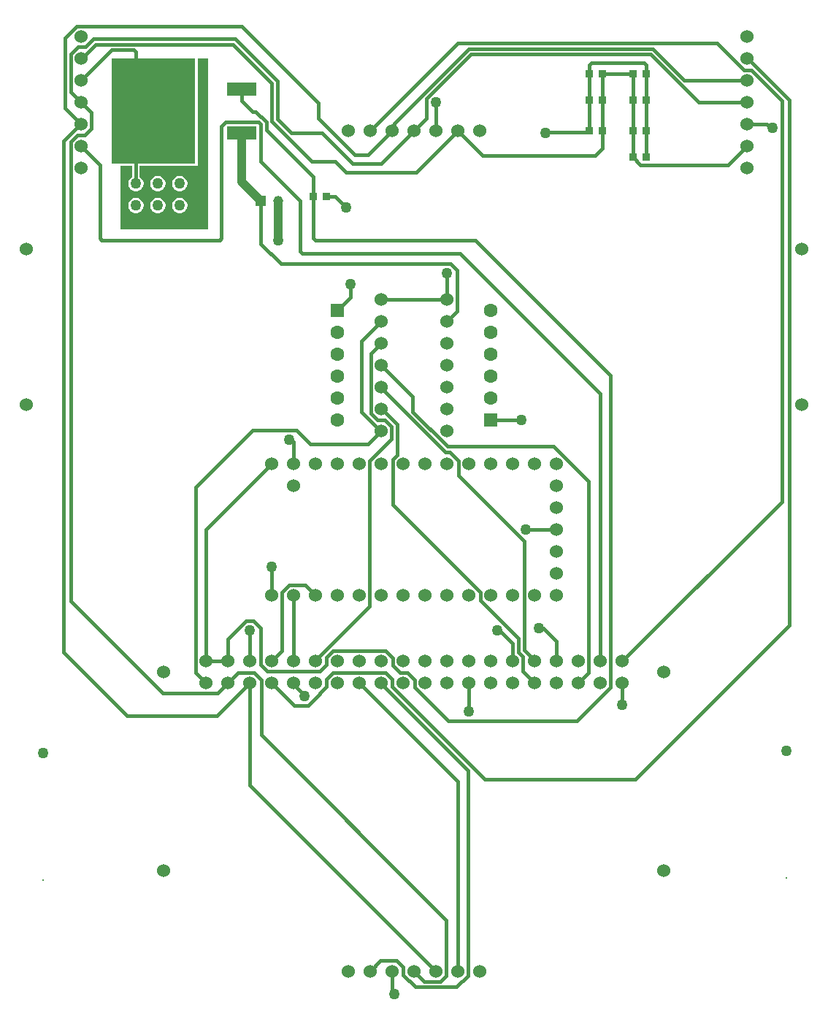
<source format=gbr>
%TF.GenerationSoftware,Altium Limited,Altium Designer,23.2.1 (34)*%
G04 Layer_Physical_Order=1*
G04 Layer_Color=255*
%FSLAX26Y26*%
%MOIN*%
%TF.SameCoordinates,C295F6C5-B72E-4061-B5E5-0E097F681155*%
%TF.FilePolarity,Positive*%
%TF.FileFunction,Copper,L1,Top,Signal*%
%TF.Part,Single*%
G01*
G75*
%TA.AperFunction,ConnectorPad*%
%ADD10R,0.137795X0.062992*%
%ADD11R,0.383858X0.480315*%
%TA.AperFunction,SMDPad,CuDef*%
%ADD12R,0.035039X0.036614*%
%TA.AperFunction,Conductor*%
%ADD13C,0.015000*%
%ADD14C,0.040000*%
%TA.AperFunction,NonConductor*%
%ADD15C,0.015000*%
%TA.AperFunction,ComponentPad*%
%ADD16C,0.060000*%
%ADD17R,0.045276X0.045276*%
%ADD18C,0.045276*%
%ADD19C,0.050000*%
%ADD20C,0.010000*%
%ADD21C,0.062992*%
%ADD22R,0.062992X0.062992*%
%TA.AperFunction,ViaPad*%
%ADD23C,0.050000*%
G36*
X-940000Y3870000D02*
X-1340000D01*
Y4159842D01*
X-1287843D01*
Y4110113D01*
X-1291491Y4108007D01*
X-1298007Y4101490D01*
X-1302615Y4093510D01*
X-1305000Y4084608D01*
Y4075392D01*
X-1302615Y4066490D01*
X-1298007Y4058510D01*
X-1291491Y4051993D01*
X-1283509Y4047385D01*
X-1274608Y4045000D01*
X-1265392D01*
X-1256491Y4047385D01*
X-1248509Y4051993D01*
X-1241993Y4058510D01*
X-1237385Y4066490D01*
X-1235000Y4075392D01*
Y4084608D01*
X-1237385Y4093510D01*
X-1241993Y4101490D01*
X-1248509Y4108007D01*
X-1252157Y4110113D01*
Y4159842D01*
X-988071D01*
Y4650000D01*
X-940000D01*
Y3870000D01*
D02*
G37*
%LPC*%
G36*
X-1065392Y4115000D02*
X-1074608D01*
X-1083509Y4112615D01*
X-1091491Y4108007D01*
X-1098007Y4101490D01*
X-1102615Y4093510D01*
X-1105000Y4084608D01*
Y4075392D01*
X-1102615Y4066490D01*
X-1098007Y4058510D01*
X-1091491Y4051993D01*
X-1083509Y4047385D01*
X-1074608Y4045000D01*
X-1065392D01*
X-1056491Y4047385D01*
X-1048509Y4051993D01*
X-1041993Y4058510D01*
X-1037385Y4066490D01*
X-1035000Y4075392D01*
Y4084608D01*
X-1037385Y4093510D01*
X-1041993Y4101490D01*
X-1048509Y4108007D01*
X-1056491Y4112615D01*
X-1065392Y4115000D01*
D02*
G37*
G36*
X-1165392D02*
X-1174608D01*
X-1183509Y4112615D01*
X-1191491Y4108007D01*
X-1198007Y4101490D01*
X-1202615Y4093510D01*
X-1205000Y4084608D01*
Y4075392D01*
X-1202615Y4066490D01*
X-1198007Y4058510D01*
X-1191491Y4051993D01*
X-1183509Y4047385D01*
X-1174608Y4045000D01*
X-1165392D01*
X-1156491Y4047385D01*
X-1148509Y4051993D01*
X-1141993Y4058510D01*
X-1137385Y4066490D01*
X-1135000Y4075392D01*
Y4084608D01*
X-1137385Y4093510D01*
X-1141993Y4101490D01*
X-1148509Y4108007D01*
X-1156491Y4112615D01*
X-1165392Y4115000D01*
D02*
G37*
G36*
X-1065392Y4015000D02*
X-1074608D01*
X-1083509Y4012615D01*
X-1091491Y4008007D01*
X-1098007Y4001490D01*
X-1102615Y3993510D01*
X-1105000Y3984608D01*
Y3975392D01*
X-1102615Y3966490D01*
X-1098007Y3958510D01*
X-1091491Y3951993D01*
X-1083509Y3947385D01*
X-1074608Y3945000D01*
X-1065392D01*
X-1056491Y3947385D01*
X-1048509Y3951993D01*
X-1041993Y3958510D01*
X-1037385Y3966490D01*
X-1035000Y3975392D01*
Y3984608D01*
X-1037385Y3993510D01*
X-1041993Y4001490D01*
X-1048509Y4008007D01*
X-1056491Y4012615D01*
X-1065392Y4015000D01*
D02*
G37*
G36*
X-1165392D02*
X-1174608D01*
X-1183509Y4012615D01*
X-1191491Y4008007D01*
X-1198007Y4001490D01*
X-1202615Y3993510D01*
X-1205000Y3984608D01*
Y3975392D01*
X-1202615Y3966490D01*
X-1198007Y3958510D01*
X-1191491Y3951993D01*
X-1183509Y3947385D01*
X-1174608Y3945000D01*
X-1165392D01*
X-1156491Y3947385D01*
X-1148509Y3951993D01*
X-1141993Y3958510D01*
X-1137385Y3966490D01*
X-1135000Y3975392D01*
Y3984608D01*
X-1137385Y3993510D01*
X-1141993Y4001490D01*
X-1148509Y4008007D01*
X-1156491Y4012615D01*
X-1165392Y4015000D01*
D02*
G37*
G36*
X-1265392D02*
X-1274608D01*
X-1283509Y4012615D01*
X-1291491Y4008007D01*
X-1298007Y4001490D01*
X-1302615Y3993510D01*
X-1305000Y3984608D01*
Y3975392D01*
X-1302615Y3966490D01*
X-1298007Y3958510D01*
X-1291491Y3951993D01*
X-1283509Y3947385D01*
X-1274608Y3945000D01*
X-1265392D01*
X-1256491Y3947385D01*
X-1248509Y3951993D01*
X-1241993Y3958510D01*
X-1237385Y3966490D01*
X-1235000Y3975392D01*
Y3984608D01*
X-1237385Y3993510D01*
X-1241993Y4001490D01*
X-1248509Y4008007D01*
X-1256491Y4012615D01*
X-1265392Y4015000D01*
D02*
G37*
%LPD*%
D10*
X-785472Y4310000D02*
D03*
Y4510000D02*
D03*
D11*
X-1190000Y4410000D02*
D03*
D12*
X999685Y4580000D02*
D03*
X1060315D02*
D03*
X-399685Y4020000D02*
D03*
X-460315D02*
D03*
X799685Y4580000D02*
D03*
X860315D02*
D03*
X999685Y4200000D02*
D03*
X1060315D02*
D03*
X799685Y4460000D02*
D03*
X860315D02*
D03*
Y4320000D02*
D03*
X799685D02*
D03*
X999685Y4460000D02*
D03*
X1060315D02*
D03*
Y4320000D02*
D03*
X999685D02*
D03*
D13*
X-879360Y3829427D02*
Y4341255D01*
X-888147Y3820640D02*
X-879360Y3829427D01*
X-1425242Y3820640D02*
X-888147D01*
X-1434029Y3829427D02*
X-1425242Y3820640D01*
X-1434029Y3829427D02*
Y4164029D01*
X-879360Y4341255D02*
X-861619Y4358996D01*
X-709326D01*
X-1520000Y4250000D02*
X-1434029Y4164029D01*
X167552Y3712448D02*
X197500Y3682500D01*
X-511213Y3760000D02*
X210000D01*
X-520000Y3768787D02*
Y3960000D01*
X-699016Y3803556D02*
X-607907Y3712448D01*
X197500Y3497500D02*
Y3682500D01*
X-607907Y3712448D02*
X167552D01*
X-520000Y3768787D02*
X-511213Y3760000D01*
X210000D02*
X850000Y3120000D01*
X149948Y3669948D02*
X149974Y3669922D01*
Y3550026D02*
Y3669922D01*
Y3550026D02*
X150000Y3550000D01*
Y3450000D02*
X197500Y3497500D01*
X850000Y1900000D02*
Y3120000D01*
X280000Y3820000D02*
X897500Y3202500D01*
X-451213Y3820000D02*
X280000D01*
X-460000Y3828787D02*
Y4020000D01*
Y3828787D02*
X-451213Y3820000D01*
X-699016Y3803556D02*
Y4000000D01*
X-460000Y4020000D02*
Y4109670D01*
X-519016Y3960984D02*
Y4000894D01*
X-520000Y3960000D02*
X-519016Y3960984D01*
X-699075Y4180953D02*
X-519016Y4000894D01*
X-550000Y1795000D02*
X-500000Y1745000D01*
X-550000Y1795000D02*
Y1800000D01*
X-500000Y1740000D02*
Y1745000D01*
X-430325Y1749571D02*
Y1752500D01*
X-482396Y1697500D02*
X-430325Y1749571D01*
X-547500Y1697500D02*
X-482396D01*
X-650000Y1800000D02*
X-547500Y1697500D01*
X-430325Y1752500D02*
X-400000Y1782825D01*
X-369675Y1847500D02*
X-130325D01*
X-400000Y1782825D02*
Y1817175D01*
X-369675Y1847500D01*
X-130325Y1947500D02*
X-97500Y1914675D01*
X-400000Y1917175D02*
X-369675Y1947500D01*
X-130325D01*
X200000Y485000D02*
Y1350000D01*
X-250000Y1800000D02*
X200000Y1350000D01*
X-900000Y1650000D02*
X-750000Y1800000D01*
X-730325Y1847500D02*
X-697500Y1814675D01*
X-897500Y1752500D02*
X-850000Y1800000D01*
X-750000Y1335000D02*
Y1800000D01*
X-697500Y1562500D02*
Y1814675D01*
X-750000Y1335000D02*
X100000Y485000D01*
X-850000Y1800000D02*
X-802500Y1847500D01*
X-130325D02*
X-100000Y1817175D01*
X-1310000Y1650000D02*
X-900000D01*
X-1145931Y1752500D02*
X-897500D01*
X-1567500Y2174068D02*
X-1145931Y1752500D01*
X-1600000Y1940000D02*
X-1310000Y1650000D01*
X-100000Y390000D02*
X-90000Y380000D01*
X-100000Y390000D02*
Y485000D01*
X1010000Y1360000D02*
X1712500Y2062500D01*
X897500Y1780325D02*
Y3202500D01*
X950000Y1900000D02*
X1678510Y2628510D01*
X744675Y1627500D02*
X897500Y1780325D01*
X1678510Y2628510D02*
Y4458665D01*
X322825Y1360000D02*
X1010000D01*
X750000Y1800000D02*
X797500Y1847500D01*
Y2719675D01*
X-100000Y1782825D02*
X322825Y1360000D01*
X638159Y2879016D02*
X797500Y2719675D01*
X950000Y1700000D02*
Y1800000D01*
X155325Y1627500D02*
X744675D01*
X153809Y2879016D02*
X638159D01*
X-150000Y3550000D02*
X150000D01*
X-1600000Y1940000D02*
Y4272530D01*
X-1522530Y4350000D01*
X-1520000Y4450000D02*
X-1472500Y4402500D01*
X-1502825Y4300000D02*
X-1472500Y4330325D01*
X-1522530Y4350000D02*
X-1520000D01*
X-1537175Y4300000D02*
X-1502825D01*
X-1567500Y4269675D02*
X-1537175Y4300000D01*
X-1567500Y2174068D02*
Y4269675D01*
Y4497500D02*
X-1520000Y4450000D01*
X-360000Y4020000D02*
X-310000Y3970000D01*
X-399685Y4020000D02*
X-360000D01*
X-649272Y4363341D02*
Y4537957D01*
X-709326Y4358996D02*
X-699075Y4348745D01*
X-624272Y4373697D02*
Y4548313D01*
X-699075Y4180953D02*
Y4348745D01*
X-722527Y4407552D02*
X-674075Y4359100D01*
X-624272Y4373697D02*
X-560220Y4309645D01*
X-310000Y4130000D02*
X10000D01*
X-560220Y4309645D02*
X-419645D01*
X-360000Y4180000D02*
X-310000Y4130000D01*
X-815959Y4740000D02*
X-624272Y4548313D01*
X-674075Y4323745D02*
X-460000Y4109670D01*
X-785472Y4456004D02*
X-737020Y4407552D01*
X-722527D01*
X-674075Y4323745D02*
Y4359100D01*
X-465930Y4180000D02*
X-360000D01*
X-649272Y4363341D02*
X-465930Y4180000D01*
X-1452470Y4715000D02*
X-826314D01*
X-649272Y4537957D01*
X-1462825Y4740000D02*
X-815959D01*
X-1517470Y4650000D02*
X-1452470Y4715000D01*
X-1500325Y4702500D02*
X-1462825Y4740000D01*
X-472552Y2890000D02*
X-210000D01*
X-150000Y2950000D01*
X-202500Y2150030D02*
Y2814675D01*
X-102500Y2914675D02*
Y2969675D01*
X-202500Y2814675D02*
X-102500Y2914675D01*
X-240000Y3037470D02*
X-152530Y2950000D01*
X-535052Y2952500D02*
X-472552Y2890000D01*
X-132825Y3000000D02*
X-102500Y2969675D01*
X-197500Y3030325D02*
X-167175Y3000000D01*
X-132825D01*
X-147470Y3050000D02*
X-77500Y2980030D01*
X-97500Y2614675D02*
X302500Y2214675D01*
X-77500Y2839675D02*
Y2980030D01*
X-150000Y3050000D02*
X-147470D01*
X-97500Y2819675D02*
X-77500Y2839675D01*
X-197500Y3030325D02*
Y3302500D01*
X-850000Y2000104D02*
X-767604Y2082500D01*
X-669675Y1852500D02*
X-430325D01*
X-602500Y1947500D02*
Y2214675D01*
X-569675Y2247500D01*
X-497500D01*
X-450000Y2200000D01*
X-650000Y1900000D02*
X-602500Y1947500D01*
X-732396Y2082500D02*
X-701035Y2051140D01*
Y1883860D02*
X-669675Y1852500D01*
X-701035Y1883860D02*
Y2051140D01*
X-550000Y1900000D02*
Y2200000D01*
X-767604Y2082500D02*
X-732396D01*
X-450000Y1900000D02*
Y1902530D01*
X-202500Y2150030D01*
X-197500Y3302500D02*
X-150000Y3350000D01*
X-100000Y1782825D02*
Y1817175D01*
X-97500Y1880325D02*
Y1914675D01*
X-400000Y1882825D02*
Y1917175D01*
X-430325Y1852500D02*
X-400000Y1882825D01*
X-30325Y1847500D02*
X2500Y1814675D01*
X-64675Y1847500D02*
X-30325D01*
X-97500Y1880325D02*
X-64675Y1847500D01*
X-240000Y3037470D02*
Y3360000D01*
X-97500Y2614675D02*
Y2819675D01*
X-152530Y2950000D02*
X-150000D01*
X-850000Y1900000D02*
Y2000104D01*
X202500Y2747396D02*
X502500Y2447396D01*
X302500Y2177604D02*
Y2214675D01*
Y2177604D02*
X477500Y2002604D01*
Y1939675D02*
X497500Y1919675D01*
Y1852500D02*
Y1919675D01*
Y1852500D02*
X550000Y1800000D01*
Y1900000D02*
Y1902530D01*
X477500Y1939675D02*
Y2002604D01*
X502500Y1950030D02*
X550000Y1902530D01*
X502500Y1950030D02*
Y2447396D01*
X590000Y2050000D02*
X650000Y1990000D01*
X570000Y2050000D02*
X590000D01*
X-150000Y3147470D02*
Y3150000D01*
Y3147470D02*
X143453Y2854016D01*
X202500Y2747396D02*
Y2814675D01*
X163159Y2854016D02*
X202500Y2814675D01*
X143453Y2854016D02*
X163159D01*
X-5532Y3038357D02*
Y3105532D01*
Y3038357D02*
X153809Y2879016D01*
X-150000Y3250000D02*
X-5532Y3105532D01*
X-802500Y1847500D02*
X-730325D01*
X-697500Y1562500D02*
X147500Y717500D01*
X-750000Y1900000D02*
Y2040000D01*
X-997500Y1847500D02*
Y2692500D01*
Y1847500D02*
X-950000Y1800000D01*
X-737500Y2952500D02*
X-535052D01*
X-997500Y2692500D02*
X-737500Y2952500D01*
X-950000Y1900000D02*
X-850000D01*
X-650000Y2200000D02*
Y2330000D01*
X-950000Y2500000D02*
X-650000Y2800000D01*
X-950000Y1900000D02*
Y2500000D01*
X-240000Y3360000D02*
X-150000Y3450000D01*
X827604Y4207500D02*
X860315Y4240211D01*
X312500Y4207500D02*
X827604D01*
X200000Y4320000D02*
X312500Y4207500D01*
X860315Y4240211D02*
Y4320000D01*
Y4460000D01*
X2500Y1780325D02*
X155325Y1627500D01*
X-150000Y1797470D02*
X247500Y1399970D01*
Y465325D02*
Y1399970D01*
X-150000Y1797470D02*
Y1800000D01*
X2500Y1780325D02*
Y1814675D01*
X-80325Y532500D02*
X-50000Y502175D01*
Y467825D02*
Y502175D01*
Y467825D02*
X5325Y412500D01*
X-785472Y4456004D02*
Y4510000D01*
X-551742Y2901213D02*
X-550000D01*
X-570000Y2910000D02*
X-560529D01*
X-550000Y2800000D02*
Y2901213D01*
X-560529Y2910000D02*
X-551742Y2901213D01*
X-419645Y4309645D02*
X-280000Y4170000D01*
X800000Y4320000D02*
Y4620000D01*
X795000Y4315000D02*
X800000Y4320000D01*
X600000Y4310000D02*
X605000Y4315000D01*
X795000D01*
X1382825Y4720000D02*
X1505325Y4597500D01*
X1539675D01*
X-200000Y4320000D02*
X200000Y4720000D01*
X1626539Y4332688D02*
X1636010D01*
X1609226Y4350000D02*
X1626539Y4332688D01*
X1539675Y4597500D02*
X1678510Y4458665D01*
X1520000Y4350000D02*
X1609226D01*
X1520000Y4650000D02*
X1522530D01*
X200000Y4720000D02*
X1382825D01*
X1712500Y2062500D02*
Y4460030D01*
X1522530Y4650000D02*
X1712500Y4460030D01*
X1089267Y4695000D02*
X1234267Y4550000D01*
X1520000D01*
X-437448Y4377448D02*
X-270000Y4210000D01*
X-210000D01*
X-280000Y4170000D02*
X-150000D01*
X10000Y4130000D02*
X200000Y4320000D01*
X-150000Y4170000D02*
X0Y4320000D01*
X-437448Y4377448D02*
Y4447656D01*
X-210000Y4210000D02*
X-100000Y4320000D01*
X-1472500Y4330325D02*
Y4402500D01*
X-1270000Y4080000D02*
Y4269409D01*
X-1140197Y4399213D01*
X147500Y465325D02*
Y717500D01*
X-1380000Y4690000D02*
X-1278787D01*
X-1520000Y4550000D02*
X-1380000Y4690000D01*
X-1539675Y4797500D02*
X-787292D01*
X-1592500Y4744675D02*
X-1539675Y4797500D01*
X-1592500Y4422500D02*
Y4744675D01*
X-787292Y4797500D02*
X-437448Y4447656D01*
X-1592500Y4422500D02*
X-1520000Y4350000D01*
X47500Y437500D02*
X119675D01*
X194675Y412500D02*
X247500Y465325D01*
X5325Y412500D02*
X194675D01*
X-152500Y532500D02*
X-80325D01*
X-200000Y485000D02*
X-152500Y532500D01*
X0Y485000D02*
X47500Y437500D01*
X119675D02*
X147500Y465325D01*
X-1567500Y4669675D02*
X-1534675Y4702500D01*
X-1520000Y4650000D02*
X-1517470D01*
X-1534675Y4702500D02*
X-1500325D01*
X-1567500Y4497500D02*
Y4669675D01*
X57270Y4467374D02*
X259896Y4670000D01*
X57270Y4377270D02*
Y4467374D01*
X-91390Y4354070D02*
X249541Y4695000D01*
X100000Y4320000D02*
Y4450000D01*
X-91390Y4328610D02*
Y4354070D01*
X249541Y4695000D02*
X1089267D01*
X259896Y4670000D02*
X1078911D01*
X-100000Y4320000D02*
X-91390Y4328610D01*
X0Y4320000D02*
X57270Y4377270D01*
X1078911Y4670000D02*
X1298911Y4450000D01*
X1520000D01*
X1050000Y4630000D02*
X1060315Y4619685D01*
X810000Y4630000D02*
X1050000D01*
X800000Y4620000D02*
X810000Y4630000D01*
X1060315Y4460000D02*
Y4580000D01*
Y4619685D01*
X-1270000Y4529016D02*
Y4681213D01*
X-1278787Y4690000D02*
X-1270000Y4681213D01*
Y4529016D02*
X-1140197Y4399213D01*
X1034705Y4164193D02*
X1434193D01*
X1520000Y4250000D01*
X999685Y4199213D02*
Y4200000D01*
Y4199213D02*
X1034705Y4164193D01*
X999685Y4460000D02*
Y4580000D01*
Y4320000D02*
Y4460000D01*
Y4200000D02*
Y4320000D01*
X860315Y4580000D02*
X999685D01*
X860315Y4460000D02*
Y4580000D01*
X650000Y1900000D02*
Y1990000D01*
X380000Y2040000D02*
X390000D01*
X450000Y1980000D01*
Y1900000D02*
Y1980000D01*
X250000Y1670000D02*
Y1800000D01*
X510000Y2500000D02*
X650000D01*
X1060315Y4320000D02*
Y4460000D01*
Y4200000D02*
Y4320000D01*
D14*
X-785472Y4086457D02*
X-699016Y4000000D01*
X-620000Y3820000D02*
Y4000000D01*
X-785472Y4086457D02*
Y4310000D01*
D15*
X350000Y3000000D02*
X490000D01*
X-290000Y3560000D02*
Y3620000D01*
X-350000Y3500000D02*
X-290000Y3560000D01*
D16*
X1520000Y4150000D02*
D03*
Y4250000D02*
D03*
Y4350000D02*
D03*
Y4450000D02*
D03*
Y4550000D02*
D03*
Y4650000D02*
D03*
Y4750000D02*
D03*
X-550000Y2700000D02*
D03*
X550000Y2200000D02*
D03*
X650000D02*
D03*
X350000D02*
D03*
X450000D02*
D03*
X150000D02*
D03*
X250000D02*
D03*
X-50000D02*
D03*
X50000D02*
D03*
X-250000D02*
D03*
X-150000D02*
D03*
X-450000D02*
D03*
X-350000D02*
D03*
X-650000D02*
D03*
X-550000D02*
D03*
X550000Y2800000D02*
D03*
X650000D02*
D03*
X350000D02*
D03*
X450000D02*
D03*
X150000D02*
D03*
X250000D02*
D03*
X-50000D02*
D03*
X50000D02*
D03*
X-250000D02*
D03*
X-150000D02*
D03*
X-450000D02*
D03*
X-350000D02*
D03*
X-650000D02*
D03*
X-550000D02*
D03*
X650000Y2300000D02*
D03*
Y2400000D02*
D03*
Y2500000D02*
D03*
Y2600000D02*
D03*
Y2700000D02*
D03*
X1141535Y944291D02*
D03*
X950000Y1800000D02*
D03*
Y1900000D02*
D03*
X850000Y1800000D02*
D03*
Y1900000D02*
D03*
X750000Y1800000D02*
D03*
Y1900000D02*
D03*
X650000Y1800000D02*
D03*
Y1900000D02*
D03*
X550000Y1800000D02*
D03*
Y1900000D02*
D03*
X450000Y1800000D02*
D03*
Y1900000D02*
D03*
X350000Y1800000D02*
D03*
Y1900000D02*
D03*
X250000Y1800000D02*
D03*
Y1900000D02*
D03*
X150000Y1800000D02*
D03*
Y1900000D02*
D03*
X50000Y1800000D02*
D03*
Y1900000D02*
D03*
X-50000Y1800000D02*
D03*
Y1900000D02*
D03*
X-150000Y1800000D02*
D03*
Y1900000D02*
D03*
X-250000Y1800000D02*
D03*
Y1900000D02*
D03*
X-350000Y1800000D02*
D03*
Y1900000D02*
D03*
X-450000Y1800000D02*
D03*
Y1900000D02*
D03*
X-550000Y1800000D02*
D03*
Y1900000D02*
D03*
X-650000Y1800000D02*
D03*
Y1900000D02*
D03*
X-750000Y1800000D02*
D03*
Y1900000D02*
D03*
X-850000Y1800000D02*
D03*
Y1900000D02*
D03*
X-950000Y1800000D02*
D03*
Y1900000D02*
D03*
X-1141929Y944291D02*
D03*
X1141535Y1849803D02*
D03*
X-1141929D02*
D03*
X1770000Y3070000D02*
D03*
Y3780000D02*
D03*
X-1770000Y3070000D02*
D03*
Y3780000D02*
D03*
X-150000Y3550000D02*
D03*
X150000D02*
D03*
X-150000Y3450000D02*
D03*
X150000D02*
D03*
X-150000Y3350000D02*
D03*
X150000D02*
D03*
X-150000Y3250000D02*
D03*
X150000D02*
D03*
X-150000Y3150000D02*
D03*
X150000D02*
D03*
X-150000Y3050000D02*
D03*
X150000D02*
D03*
X-150000Y2950000D02*
D03*
X150000D02*
D03*
X-300000Y485000D02*
D03*
X-200000D02*
D03*
X-100000D02*
D03*
X0D02*
D03*
X100000D02*
D03*
X200000D02*
D03*
X300000D02*
D03*
Y4320000D02*
D03*
X200000D02*
D03*
X100000D02*
D03*
X0D02*
D03*
X-100000D02*
D03*
X-200000D02*
D03*
X-300000D02*
D03*
X-1520000Y4750000D02*
D03*
Y4650000D02*
D03*
Y4550000D02*
D03*
Y4450000D02*
D03*
Y4350000D02*
D03*
Y4250000D02*
D03*
Y4150000D02*
D03*
D17*
X-699016Y4000000D02*
D03*
D18*
X-620000D02*
D03*
D19*
X1700000Y1490000D02*
D03*
X-1695000Y1480000D02*
D03*
D20*
X1700000Y910000D02*
D03*
X-1695000Y900000D02*
D03*
D21*
X-350000Y3000000D02*
D03*
Y3100000D02*
D03*
Y3300000D02*
D03*
Y3400000D02*
D03*
Y3200000D02*
D03*
X350000Y3500000D02*
D03*
Y3400000D02*
D03*
Y3200000D02*
D03*
Y3100000D02*
D03*
Y3300000D02*
D03*
D22*
X-350000Y3500000D02*
D03*
X350000Y3000000D02*
D03*
D23*
X149948Y3669948D02*
D03*
X-500000Y1740000D02*
D03*
X-90000Y380000D02*
D03*
X950000Y1700000D02*
D03*
X-310000Y3970000D02*
D03*
X-1270000Y3980000D02*
D03*
X570000Y2050000D02*
D03*
X-750000Y2040000D02*
D03*
X-650000Y2330000D02*
D03*
X-620000Y3820000D02*
D03*
X-570000Y2910000D02*
D03*
X600000Y4310000D02*
D03*
X1636010Y4332688D02*
D03*
X-1270000Y4080000D02*
D03*
X-1170000Y3980000D02*
D03*
X100000Y4450000D02*
D03*
X380000Y2040000D02*
D03*
X250000Y1670000D02*
D03*
X510000Y2500000D02*
D03*
X490000Y3000000D02*
D03*
X-290000Y3620000D02*
D03*
X-1070000Y3980000D02*
D03*
Y4080000D02*
D03*
X-1170000D02*
D03*
%TF.MD5,fd501b608eb2ee548c0a98e18eb2a0d4*%
M02*

</source>
